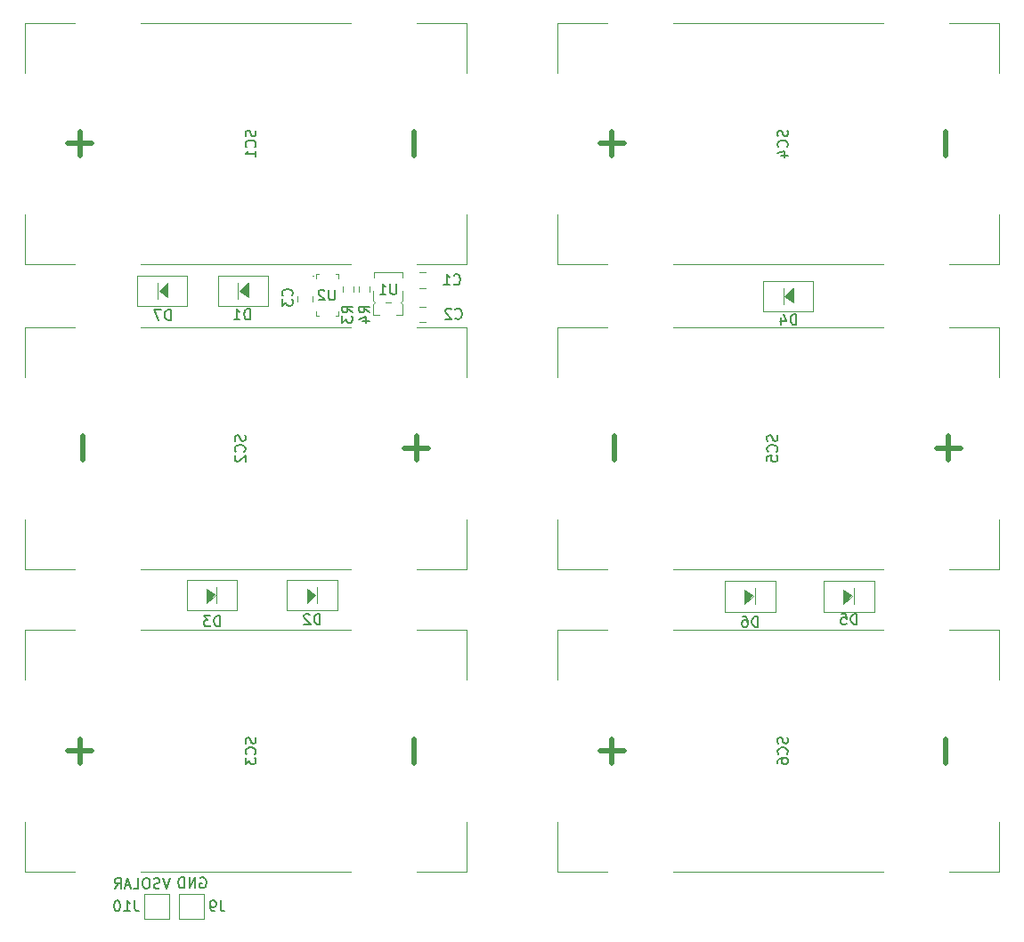
<source format=gbr>
%TF.GenerationSoftware,KiCad,Pcbnew,(5.1.10)-1*%
%TF.CreationDate,2022-11-13T15:12:26-08:00*%
%TF.ProjectId,-ZFace,2d5a4661-6365-42e6-9b69-6361645f7063,1.0*%
%TF.SameCoordinates,Original*%
%TF.FileFunction,Legend,Bot*%
%TF.FilePolarity,Positive*%
%FSLAX46Y46*%
G04 Gerber Fmt 4.6, Leading zero omitted, Abs format (unit mm)*
G04 Created by KiCad (PCBNEW (5.1.10)-1) date 2022-11-13 15:12:26*
%MOMM*%
%LPD*%
G01*
G04 APERTURE LIST*
%ADD10C,0.150000*%
%ADD11C,0.120000*%
%ADD12C,0.100000*%
%ADD13C,0.500000*%
G04 APERTURE END LIST*
D10*
X130861904Y-122900000D02*
X130957142Y-122852380D01*
X131100000Y-122852380D01*
X131242857Y-122900000D01*
X131338095Y-122995238D01*
X131385714Y-123090476D01*
X131433333Y-123280952D01*
X131433333Y-123423809D01*
X131385714Y-123614285D01*
X131338095Y-123709523D01*
X131242857Y-123804761D01*
X131100000Y-123852380D01*
X131004761Y-123852380D01*
X130861904Y-123804761D01*
X130814285Y-123757142D01*
X130814285Y-123423809D01*
X131004761Y-123423809D01*
X130385714Y-123852380D02*
X130385714Y-122852380D01*
X129814285Y-123852380D01*
X129814285Y-122852380D01*
X129338095Y-123852380D02*
X129338095Y-122852380D01*
X129100000Y-122852380D01*
X128957142Y-122900000D01*
X128861904Y-122995238D01*
X128814285Y-123090476D01*
X128766666Y-123280952D01*
X128766666Y-123423809D01*
X128814285Y-123614285D01*
X128861904Y-123709523D01*
X128957142Y-123804761D01*
X129100000Y-123852380D01*
X129338095Y-123852380D01*
X127966666Y-122902380D02*
X127633333Y-123902380D01*
X127300000Y-122902380D01*
X127014285Y-123854761D02*
X126871428Y-123902380D01*
X126633333Y-123902380D01*
X126538095Y-123854761D01*
X126490476Y-123807142D01*
X126442857Y-123711904D01*
X126442857Y-123616666D01*
X126490476Y-123521428D01*
X126538095Y-123473809D01*
X126633333Y-123426190D01*
X126823809Y-123378571D01*
X126919047Y-123330952D01*
X126966666Y-123283333D01*
X127014285Y-123188095D01*
X127014285Y-123092857D01*
X126966666Y-122997619D01*
X126919047Y-122950000D01*
X126823809Y-122902380D01*
X126585714Y-122902380D01*
X126442857Y-122950000D01*
X125823809Y-122902380D02*
X125633333Y-122902380D01*
X125538095Y-122950000D01*
X125442857Y-123045238D01*
X125395238Y-123235714D01*
X125395238Y-123569047D01*
X125442857Y-123759523D01*
X125538095Y-123854761D01*
X125633333Y-123902380D01*
X125823809Y-123902380D01*
X125919047Y-123854761D01*
X126014285Y-123759523D01*
X126061904Y-123569047D01*
X126061904Y-123235714D01*
X126014285Y-123045238D01*
X125919047Y-122950000D01*
X125823809Y-122902380D01*
X124490476Y-123902380D02*
X124966666Y-123902380D01*
X124966666Y-122902380D01*
X124204761Y-123616666D02*
X123728571Y-123616666D01*
X124300000Y-123902380D02*
X123966666Y-122902380D01*
X123633333Y-123902380D01*
X122728571Y-123902380D02*
X123061904Y-123426190D01*
X123300000Y-123902380D02*
X123300000Y-122902380D01*
X122919047Y-122902380D01*
X122823809Y-122950000D01*
X122776190Y-122997619D01*
X122728571Y-123092857D01*
X122728571Y-123235714D01*
X122776190Y-123330952D01*
X122823809Y-123378571D01*
X122919047Y-123426190D01*
X123300000Y-123426190D01*
D11*
%TO.C,J10*%
X125500000Y-126800000D02*
X127900000Y-126800000D01*
X127900000Y-126800000D02*
X127900000Y-124400000D01*
X127900000Y-124400000D02*
X125500000Y-124400000D01*
X125500000Y-124400000D02*
X125500000Y-126800000D01*
%TO.C,J9*%
X131200000Y-124400000D02*
X128800000Y-124400000D01*
X128800000Y-124400000D02*
X128800000Y-126800000D01*
X128800000Y-126800000D02*
X131200000Y-126800000D01*
X131200000Y-126800000D02*
X131200000Y-124400000D01*
%TO.C,R3*%
X145422500Y-67112258D02*
X145422500Y-66637742D01*
X144377500Y-67112258D02*
X144377500Y-66637742D01*
%TO.C,U2*%
X141900000Y-65450000D02*
X141900000Y-65750000D01*
X141900000Y-65750000D02*
X141900000Y-65450000D01*
X141900000Y-65450000D02*
X142150000Y-65450000D01*
X141900000Y-65750000D02*
X141900000Y-65850000D01*
X144000000Y-65700000D02*
X144000000Y-65400000D01*
X144000000Y-65400000D02*
X143750000Y-65400000D01*
X144000000Y-65700000D02*
X144000000Y-65800000D01*
X144000000Y-65400000D02*
X144000000Y-65700000D01*
X144000000Y-69050000D02*
X144000000Y-69350000D01*
X144000000Y-69350000D02*
X143750000Y-69350000D01*
X144000000Y-69050000D02*
X144000000Y-68950000D01*
X144000000Y-69350000D02*
X144000000Y-69050000D01*
X141900000Y-69100000D02*
X141900000Y-69400000D01*
X141900000Y-69100000D02*
X141900000Y-69000000D01*
X141900000Y-69400000D02*
X141900000Y-69100000D01*
X141900000Y-69400000D02*
X142150000Y-69400000D01*
X141650000Y-65600000D02*
G75*
G03*
X141650000Y-65600000I-50000J0D01*
G01*
%TO.C,U1*%
X149950000Y-68155000D02*
X150125000Y-68330000D01*
X150125000Y-68330000D02*
X150125000Y-69330000D01*
X150125000Y-69330000D02*
X149525000Y-69330000D01*
X149950000Y-68155000D02*
X150125000Y-67980000D01*
X150125000Y-67980000D02*
X150125000Y-67005000D01*
X147325000Y-67980000D02*
X147325000Y-67005000D01*
X147500000Y-68155000D02*
X147325000Y-67980000D01*
X147500000Y-68155000D02*
X147325000Y-68330000D01*
X147325000Y-68330000D02*
X147325000Y-69330000D01*
X147325000Y-69330000D02*
X147925000Y-69330000D01*
X148750000Y-68155000D02*
X149000000Y-68155000D01*
X149000000Y-68155000D02*
X148500000Y-68155000D01*
X150125000Y-65780000D02*
X150125000Y-65280000D01*
X150125000Y-65280000D02*
X147400000Y-65280000D01*
X147400000Y-65280000D02*
X147400000Y-65780000D01*
%TO.C,SC6*%
X185800000Y-122300000D02*
X195800000Y-122300000D01*
X194050000Y-122300000D02*
X185800000Y-122300000D01*
X175800000Y-122300000D02*
X194050000Y-122300000D01*
X185800000Y-122300000D02*
X175800000Y-122300000D01*
X175800000Y-99300000D02*
X195800000Y-99300000D01*
X185800000Y-99300000D02*
X175800000Y-99300000D01*
X206800000Y-122300000D02*
X202050000Y-122300000D01*
X206800000Y-117550000D02*
X206800000Y-122300000D01*
X206800000Y-99300000D02*
X206800000Y-104050000D01*
X206800000Y-99300000D02*
X202050000Y-99300000D01*
X164800000Y-122300000D02*
X169550000Y-122300000D01*
X164800000Y-117550000D02*
X164800000Y-122300000D01*
X164800000Y-99300000D02*
X169550000Y-99300000D01*
X164800000Y-104050000D02*
X164800000Y-99300000D01*
X164800000Y-99300000D02*
X164800000Y-104050000D01*
%TO.C,SC5*%
X185800000Y-70500000D02*
X175800000Y-70500000D01*
X177550000Y-70500000D02*
X185800000Y-70500000D01*
X195800000Y-70500000D02*
X177550000Y-70500000D01*
X185800000Y-70500000D02*
X195800000Y-70500000D01*
X195800000Y-93500000D02*
X175800000Y-93500000D01*
X185800000Y-93500000D02*
X195800000Y-93500000D01*
X164800000Y-70500000D02*
X169550000Y-70500000D01*
X164800000Y-75250000D02*
X164800000Y-70500000D01*
X164800000Y-93500000D02*
X164800000Y-88750000D01*
X164800000Y-93500000D02*
X169550000Y-93500000D01*
X206800000Y-70500000D02*
X202050000Y-70500000D01*
X206800000Y-75250000D02*
X206800000Y-70500000D01*
X206800000Y-93500000D02*
X202050000Y-93500000D01*
X206800000Y-88750000D02*
X206800000Y-93500000D01*
X206800000Y-93500000D02*
X206800000Y-88750000D01*
%TO.C,SC4*%
X185800000Y-64500000D02*
X195800000Y-64500000D01*
X194050000Y-64500000D02*
X185800000Y-64500000D01*
X175800000Y-64500000D02*
X194050000Y-64500000D01*
X185800000Y-64500000D02*
X175800000Y-64500000D01*
X175800000Y-41500000D02*
X195800000Y-41500000D01*
X185800000Y-41500000D02*
X175800000Y-41500000D01*
X206800000Y-64500000D02*
X202050000Y-64500000D01*
X206800000Y-59750000D02*
X206800000Y-64500000D01*
X206800000Y-41500000D02*
X206800000Y-46250000D01*
X206800000Y-41500000D02*
X202050000Y-41500000D01*
X164800000Y-64500000D02*
X169550000Y-64500000D01*
X164800000Y-59750000D02*
X164800000Y-64500000D01*
X164800000Y-41500000D02*
X169550000Y-41500000D01*
X164800000Y-46250000D02*
X164800000Y-41500000D01*
X164800000Y-41500000D02*
X164800000Y-46250000D01*
%TO.C,SC3*%
X135200000Y-122300000D02*
X145200000Y-122300000D01*
X143450000Y-122300000D02*
X135200000Y-122300000D01*
X125200000Y-122300000D02*
X143450000Y-122300000D01*
X135200000Y-122300000D02*
X125200000Y-122300000D01*
X125200000Y-99300000D02*
X145200000Y-99300000D01*
X135200000Y-99300000D02*
X125200000Y-99300000D01*
X156200000Y-122300000D02*
X151450000Y-122300000D01*
X156200000Y-117550000D02*
X156200000Y-122300000D01*
X156200000Y-99300000D02*
X156200000Y-104050000D01*
X156200000Y-99300000D02*
X151450000Y-99300000D01*
X114200000Y-122300000D02*
X118950000Y-122300000D01*
X114200000Y-117550000D02*
X114200000Y-122300000D01*
X114200000Y-99300000D02*
X118950000Y-99300000D01*
X114200000Y-104050000D02*
X114200000Y-99300000D01*
X114200000Y-99300000D02*
X114200000Y-104050000D01*
%TO.C,SC2*%
X135200000Y-70500000D02*
X125200000Y-70500000D01*
X126950000Y-70500000D02*
X135200000Y-70500000D01*
X145200000Y-70500000D02*
X126950000Y-70500000D01*
X135200000Y-70500000D02*
X145200000Y-70500000D01*
X145200000Y-93500000D02*
X125200000Y-93500000D01*
X135200000Y-93500000D02*
X145200000Y-93500000D01*
X114200000Y-70500000D02*
X118950000Y-70500000D01*
X114200000Y-75250000D02*
X114200000Y-70500000D01*
X114200000Y-93500000D02*
X114200000Y-88750000D01*
X114200000Y-93500000D02*
X118950000Y-93500000D01*
X156200000Y-70500000D02*
X151450000Y-70500000D01*
X156200000Y-75250000D02*
X156200000Y-70500000D01*
X156200000Y-93500000D02*
X151450000Y-93500000D01*
X156200000Y-88750000D02*
X156200000Y-93500000D01*
X156200000Y-93500000D02*
X156200000Y-88750000D01*
%TO.C,SC1*%
X135200000Y-64500000D02*
X145200000Y-64500000D01*
X143450000Y-64500000D02*
X135200000Y-64500000D01*
X125200000Y-64500000D02*
X143450000Y-64500000D01*
X135200000Y-64500000D02*
X125200000Y-64500000D01*
X125200000Y-41500000D02*
X145200000Y-41500000D01*
X135200000Y-41500000D02*
X125200000Y-41500000D01*
X156200000Y-64500000D02*
X151450000Y-64500000D01*
X156200000Y-59750000D02*
X156200000Y-64500000D01*
X156200000Y-41500000D02*
X156200000Y-46250000D01*
X156200000Y-41500000D02*
X151450000Y-41500000D01*
X114200000Y-64500000D02*
X118950000Y-64500000D01*
X114200000Y-59750000D02*
X114200000Y-64500000D01*
X114200000Y-41500000D02*
X118950000Y-41500000D01*
X114200000Y-46250000D02*
X114200000Y-41500000D01*
X114200000Y-41500000D02*
X114200000Y-46250000D01*
%TO.C,R4*%
X146972500Y-67112258D02*
X146972500Y-66637742D01*
X145927500Y-67112258D02*
X145927500Y-66637742D01*
%TO.C,D7*%
X126818200Y-67812800D02*
X126818200Y-66263400D01*
D12*
G36*
X127758000Y-66288800D02*
G01*
X126945200Y-67025400D01*
X127758000Y-67635000D01*
X127758000Y-66288800D01*
G37*
X127758000Y-66288800D02*
X126945200Y-67025400D01*
X127758000Y-67635000D01*
X127758000Y-66288800D01*
D11*
X124875000Y-68450000D02*
X129625000Y-68450000D01*
X124875000Y-65550000D02*
X124875000Y-68450000D01*
X129625000Y-65550000D02*
X129625000Y-68450000D01*
X124875000Y-65550000D02*
X129625000Y-65550000D01*
%TO.C,D6*%
X183581800Y-95287200D02*
X183581800Y-96836600D01*
D12*
G36*
X182642000Y-96811200D02*
G01*
X183454800Y-96074600D01*
X182642000Y-95465000D01*
X182642000Y-96811200D01*
G37*
X182642000Y-96811200D02*
X183454800Y-96074600D01*
X182642000Y-95465000D01*
X182642000Y-96811200D01*
D11*
X185525000Y-94650000D02*
X180775000Y-94650000D01*
X185525000Y-97550000D02*
X185525000Y-94650000D01*
X180775000Y-97550000D02*
X180775000Y-94650000D01*
X185525000Y-97550000D02*
X180775000Y-97550000D01*
%TO.C,D5*%
X192981800Y-95287200D02*
X192981800Y-96836600D01*
D12*
G36*
X192042000Y-96811200D02*
G01*
X192854800Y-96074600D01*
X192042000Y-95465000D01*
X192042000Y-96811200D01*
G37*
X192042000Y-96811200D02*
X192854800Y-96074600D01*
X192042000Y-95465000D01*
X192042000Y-96811200D01*
D11*
X194925000Y-94650000D02*
X190175000Y-94650000D01*
X194925000Y-97550000D02*
X194925000Y-94650000D01*
X190175000Y-97550000D02*
X190175000Y-94650000D01*
X194925000Y-97550000D02*
X190175000Y-97550000D01*
%TO.C,D4*%
X186318200Y-68312800D02*
X186318200Y-66763400D01*
D12*
G36*
X187258000Y-66788800D02*
G01*
X186445200Y-67525400D01*
X187258000Y-68135000D01*
X187258000Y-66788800D01*
G37*
X187258000Y-66788800D02*
X186445200Y-67525400D01*
X187258000Y-68135000D01*
X187258000Y-66788800D01*
D11*
X184375000Y-68950000D02*
X189125000Y-68950000D01*
X184375000Y-66050000D02*
X184375000Y-68950000D01*
X189125000Y-66050000D02*
X189125000Y-68950000D01*
X184375000Y-66050000D02*
X189125000Y-66050000D01*
%TO.C,D3*%
X132431800Y-95187200D02*
X132431800Y-96736600D01*
D12*
G36*
X131492000Y-96711200D02*
G01*
X132304800Y-95974600D01*
X131492000Y-95365000D01*
X131492000Y-96711200D01*
G37*
X131492000Y-96711200D02*
X132304800Y-95974600D01*
X131492000Y-95365000D01*
X131492000Y-96711200D01*
D11*
X134375000Y-94550000D02*
X129625000Y-94550000D01*
X134375000Y-97450000D02*
X134375000Y-94550000D01*
X129625000Y-97450000D02*
X129625000Y-94550000D01*
X134375000Y-97450000D02*
X129625000Y-97450000D01*
%TO.C,D2*%
X141931800Y-95187200D02*
X141931800Y-96736600D01*
D12*
G36*
X140992000Y-96711200D02*
G01*
X141804800Y-95974600D01*
X140992000Y-95365000D01*
X140992000Y-96711200D01*
G37*
X140992000Y-96711200D02*
X141804800Y-95974600D01*
X140992000Y-95365000D01*
X140992000Y-96711200D01*
D11*
X143875000Y-94550000D02*
X139125000Y-94550000D01*
X143875000Y-97450000D02*
X143875000Y-94550000D01*
X139125000Y-97450000D02*
X139125000Y-94550000D01*
X143875000Y-97450000D02*
X139125000Y-97450000D01*
%TO.C,D1*%
X134468200Y-67812800D02*
X134468200Y-66263400D01*
D12*
G36*
X135408000Y-66288800D02*
G01*
X134595200Y-67025400D01*
X135408000Y-67635000D01*
X135408000Y-66288800D01*
G37*
X135408000Y-66288800D02*
X134595200Y-67025400D01*
X135408000Y-67635000D01*
X135408000Y-66288800D01*
D11*
X132525000Y-68450000D02*
X137275000Y-68450000D01*
X132525000Y-65550000D02*
X132525000Y-68450000D01*
X137275000Y-65550000D02*
X137275000Y-68450000D01*
X132525000Y-65550000D02*
X137275000Y-65550000D01*
%TO.C,C3*%
X141535000Y-68011252D02*
X141535000Y-67488748D01*
X140065000Y-68011252D02*
X140065000Y-67488748D01*
%TO.C,C2*%
X152261252Y-68515000D02*
X151738748Y-68515000D01*
X152261252Y-69985000D02*
X151738748Y-69985000D01*
%TO.C,C1*%
X151738748Y-66735000D02*
X152261252Y-66735000D01*
X151738748Y-65265000D02*
X152261252Y-65265000D01*
%TO.C,J10*%
D10*
X124609523Y-125052380D02*
X124609523Y-125766666D01*
X124657142Y-125909523D01*
X124752380Y-126004761D01*
X124895238Y-126052380D01*
X124990476Y-126052380D01*
X123609523Y-126052380D02*
X124180952Y-126052380D01*
X123895238Y-126052380D02*
X123895238Y-125052380D01*
X123990476Y-125195238D01*
X124085714Y-125290476D01*
X124180952Y-125338095D01*
X122990476Y-125052380D02*
X122895238Y-125052380D01*
X122800000Y-125100000D01*
X122752380Y-125147619D01*
X122704761Y-125242857D01*
X122657142Y-125433333D01*
X122657142Y-125671428D01*
X122704761Y-125861904D01*
X122752380Y-125957142D01*
X122800000Y-126004761D01*
X122895238Y-126052380D01*
X122990476Y-126052380D01*
X123085714Y-126004761D01*
X123133333Y-125957142D01*
X123180952Y-125861904D01*
X123228571Y-125671428D01*
X123228571Y-125433333D01*
X123180952Y-125242857D01*
X123133333Y-125147619D01*
X123085714Y-125100000D01*
X122990476Y-125052380D01*
%TO.C,J9*%
X132783333Y-125052380D02*
X132783333Y-125766666D01*
X132830952Y-125909523D01*
X132926190Y-126004761D01*
X133069047Y-126052380D01*
X133164285Y-126052380D01*
X132259523Y-126052380D02*
X132069047Y-126052380D01*
X131973809Y-126004761D01*
X131926190Y-125957142D01*
X131830952Y-125814285D01*
X131783333Y-125623809D01*
X131783333Y-125242857D01*
X131830952Y-125147619D01*
X131878571Y-125100000D01*
X131973809Y-125052380D01*
X132164285Y-125052380D01*
X132259523Y-125100000D01*
X132307142Y-125147619D01*
X132354761Y-125242857D01*
X132354761Y-125480952D01*
X132307142Y-125576190D01*
X132259523Y-125623809D01*
X132164285Y-125671428D01*
X131973809Y-125671428D01*
X131878571Y-125623809D01*
X131830952Y-125576190D01*
X131783333Y-125480952D01*
%TO.C,R3*%
X145352380Y-69083333D02*
X144876190Y-68750000D01*
X145352380Y-68511904D02*
X144352380Y-68511904D01*
X144352380Y-68892857D01*
X144400000Y-68988095D01*
X144447619Y-69035714D01*
X144542857Y-69083333D01*
X144685714Y-69083333D01*
X144780952Y-69035714D01*
X144828571Y-68988095D01*
X144876190Y-68892857D01*
X144876190Y-68511904D01*
X144352380Y-69416666D02*
X144352380Y-70035714D01*
X144733333Y-69702380D01*
X144733333Y-69845238D01*
X144780952Y-69940476D01*
X144828571Y-69988095D01*
X144923809Y-70035714D01*
X145161904Y-70035714D01*
X145257142Y-69988095D01*
X145304761Y-69940476D01*
X145352380Y-69845238D01*
X145352380Y-69559523D01*
X145304761Y-69464285D01*
X145257142Y-69416666D01*
%TO.C,U2*%
X143661904Y-66902380D02*
X143661904Y-67711904D01*
X143614285Y-67807142D01*
X143566666Y-67854761D01*
X143471428Y-67902380D01*
X143280952Y-67902380D01*
X143185714Y-67854761D01*
X143138095Y-67807142D01*
X143090476Y-67711904D01*
X143090476Y-66902380D01*
X142661904Y-66997619D02*
X142614285Y-66950000D01*
X142519047Y-66902380D01*
X142280952Y-66902380D01*
X142185714Y-66950000D01*
X142138095Y-66997619D01*
X142090476Y-67092857D01*
X142090476Y-67188095D01*
X142138095Y-67330952D01*
X142709523Y-67902380D01*
X142090476Y-67902380D01*
%TO.C,U1*%
X149511904Y-66352380D02*
X149511904Y-67161904D01*
X149464285Y-67257142D01*
X149416666Y-67304761D01*
X149321428Y-67352380D01*
X149130952Y-67352380D01*
X149035714Y-67304761D01*
X148988095Y-67257142D01*
X148940476Y-67161904D01*
X148940476Y-66352380D01*
X147940476Y-67352380D02*
X148511904Y-67352380D01*
X148226190Y-67352380D02*
X148226190Y-66352380D01*
X148321428Y-66495238D01*
X148416666Y-66590476D01*
X148511904Y-66638095D01*
%TO.C,SC6*%
X186704761Y-109538095D02*
X186752380Y-109680952D01*
X186752380Y-109919047D01*
X186704761Y-110014285D01*
X186657142Y-110061904D01*
X186561904Y-110109523D01*
X186466666Y-110109523D01*
X186371428Y-110061904D01*
X186323809Y-110014285D01*
X186276190Y-109919047D01*
X186228571Y-109728571D01*
X186180952Y-109633333D01*
X186133333Y-109585714D01*
X186038095Y-109538095D01*
X185942857Y-109538095D01*
X185847619Y-109585714D01*
X185800000Y-109633333D01*
X185752380Y-109728571D01*
X185752380Y-109966666D01*
X185800000Y-110109523D01*
X186657142Y-111109523D02*
X186704761Y-111061904D01*
X186752380Y-110919047D01*
X186752380Y-110823809D01*
X186704761Y-110680952D01*
X186609523Y-110585714D01*
X186514285Y-110538095D01*
X186323809Y-110490476D01*
X186180952Y-110490476D01*
X185990476Y-110538095D01*
X185895238Y-110585714D01*
X185800000Y-110680952D01*
X185752380Y-110823809D01*
X185752380Y-110919047D01*
X185800000Y-111061904D01*
X185847619Y-111109523D01*
X185752380Y-111966666D02*
X185752380Y-111776190D01*
X185800000Y-111680952D01*
X185847619Y-111633333D01*
X185990476Y-111538095D01*
X186180952Y-111490476D01*
X186561904Y-111490476D01*
X186657142Y-111538095D01*
X186704761Y-111585714D01*
X186752380Y-111680952D01*
X186752380Y-111871428D01*
X186704761Y-111966666D01*
X186657142Y-112014285D01*
X186561904Y-112061904D01*
X186323809Y-112061904D01*
X186228571Y-112014285D01*
X186180952Y-111966666D01*
X186133333Y-111871428D01*
X186133333Y-111680952D01*
X186180952Y-111585714D01*
X186228571Y-111538095D01*
X186323809Y-111490476D01*
D13*
X201764285Y-109657142D02*
X201764285Y-111942857D01*
X170014285Y-109657142D02*
X170014285Y-111942857D01*
X171157142Y-110800000D02*
X168871428Y-110800000D01*
%TO.C,SC5*%
D10*
X185704761Y-80738095D02*
X185752380Y-80880952D01*
X185752380Y-81119047D01*
X185704761Y-81214285D01*
X185657142Y-81261904D01*
X185561904Y-81309523D01*
X185466666Y-81309523D01*
X185371428Y-81261904D01*
X185323809Y-81214285D01*
X185276190Y-81119047D01*
X185228571Y-80928571D01*
X185180952Y-80833333D01*
X185133333Y-80785714D01*
X185038095Y-80738095D01*
X184942857Y-80738095D01*
X184847619Y-80785714D01*
X184800000Y-80833333D01*
X184752380Y-80928571D01*
X184752380Y-81166666D01*
X184800000Y-81309523D01*
X185657142Y-82309523D02*
X185704761Y-82261904D01*
X185752380Y-82119047D01*
X185752380Y-82023809D01*
X185704761Y-81880952D01*
X185609523Y-81785714D01*
X185514285Y-81738095D01*
X185323809Y-81690476D01*
X185180952Y-81690476D01*
X184990476Y-81738095D01*
X184895238Y-81785714D01*
X184800000Y-81880952D01*
X184752380Y-82023809D01*
X184752380Y-82119047D01*
X184800000Y-82261904D01*
X184847619Y-82309523D01*
X184752380Y-83214285D02*
X184752380Y-82738095D01*
X185228571Y-82690476D01*
X185180952Y-82738095D01*
X185133333Y-82833333D01*
X185133333Y-83071428D01*
X185180952Y-83166666D01*
X185228571Y-83214285D01*
X185323809Y-83261904D01*
X185561904Y-83261904D01*
X185657142Y-83214285D01*
X185704761Y-83166666D01*
X185752380Y-83071428D01*
X185752380Y-82833333D01*
X185704761Y-82738095D01*
X185657142Y-82690476D01*
D13*
X170264285Y-80857142D02*
X170264285Y-83142857D01*
X202014285Y-80857142D02*
X202014285Y-83142857D01*
X203157142Y-82000000D02*
X200871428Y-82000000D01*
%TO.C,SC4*%
D10*
X186704761Y-51738095D02*
X186752380Y-51880952D01*
X186752380Y-52119047D01*
X186704761Y-52214285D01*
X186657142Y-52261904D01*
X186561904Y-52309523D01*
X186466666Y-52309523D01*
X186371428Y-52261904D01*
X186323809Y-52214285D01*
X186276190Y-52119047D01*
X186228571Y-51928571D01*
X186180952Y-51833333D01*
X186133333Y-51785714D01*
X186038095Y-51738095D01*
X185942857Y-51738095D01*
X185847619Y-51785714D01*
X185800000Y-51833333D01*
X185752380Y-51928571D01*
X185752380Y-52166666D01*
X185800000Y-52309523D01*
X186657142Y-53309523D02*
X186704761Y-53261904D01*
X186752380Y-53119047D01*
X186752380Y-53023809D01*
X186704761Y-52880952D01*
X186609523Y-52785714D01*
X186514285Y-52738095D01*
X186323809Y-52690476D01*
X186180952Y-52690476D01*
X185990476Y-52738095D01*
X185895238Y-52785714D01*
X185800000Y-52880952D01*
X185752380Y-53023809D01*
X185752380Y-53119047D01*
X185800000Y-53261904D01*
X185847619Y-53309523D01*
X186085714Y-54166666D02*
X186752380Y-54166666D01*
X185704761Y-53928571D02*
X186419047Y-53690476D01*
X186419047Y-54309523D01*
D13*
X201764285Y-51857142D02*
X201764285Y-54142857D01*
X170014285Y-51857142D02*
X170014285Y-54142857D01*
X171157142Y-53000000D02*
X168871428Y-53000000D01*
%TO.C,SC3*%
D10*
X136104761Y-109538095D02*
X136152380Y-109680952D01*
X136152380Y-109919047D01*
X136104761Y-110014285D01*
X136057142Y-110061904D01*
X135961904Y-110109523D01*
X135866666Y-110109523D01*
X135771428Y-110061904D01*
X135723809Y-110014285D01*
X135676190Y-109919047D01*
X135628571Y-109728571D01*
X135580952Y-109633333D01*
X135533333Y-109585714D01*
X135438095Y-109538095D01*
X135342857Y-109538095D01*
X135247619Y-109585714D01*
X135200000Y-109633333D01*
X135152380Y-109728571D01*
X135152380Y-109966666D01*
X135200000Y-110109523D01*
X136057142Y-111109523D02*
X136104761Y-111061904D01*
X136152380Y-110919047D01*
X136152380Y-110823809D01*
X136104761Y-110680952D01*
X136009523Y-110585714D01*
X135914285Y-110538095D01*
X135723809Y-110490476D01*
X135580952Y-110490476D01*
X135390476Y-110538095D01*
X135295238Y-110585714D01*
X135200000Y-110680952D01*
X135152380Y-110823809D01*
X135152380Y-110919047D01*
X135200000Y-111061904D01*
X135247619Y-111109523D01*
X135152380Y-111442857D02*
X135152380Y-112061904D01*
X135533333Y-111728571D01*
X135533333Y-111871428D01*
X135580952Y-111966666D01*
X135628571Y-112014285D01*
X135723809Y-112061904D01*
X135961904Y-112061904D01*
X136057142Y-112014285D01*
X136104761Y-111966666D01*
X136152380Y-111871428D01*
X136152380Y-111585714D01*
X136104761Y-111490476D01*
X136057142Y-111442857D01*
D13*
X151164285Y-109657142D02*
X151164285Y-111942857D01*
X119414285Y-109657142D02*
X119414285Y-111942857D01*
X120557142Y-110800000D02*
X118271428Y-110800000D01*
%TO.C,SC2*%
D10*
X135104761Y-80738095D02*
X135152380Y-80880952D01*
X135152380Y-81119047D01*
X135104761Y-81214285D01*
X135057142Y-81261904D01*
X134961904Y-81309523D01*
X134866666Y-81309523D01*
X134771428Y-81261904D01*
X134723809Y-81214285D01*
X134676190Y-81119047D01*
X134628571Y-80928571D01*
X134580952Y-80833333D01*
X134533333Y-80785714D01*
X134438095Y-80738095D01*
X134342857Y-80738095D01*
X134247619Y-80785714D01*
X134200000Y-80833333D01*
X134152380Y-80928571D01*
X134152380Y-81166666D01*
X134200000Y-81309523D01*
X135057142Y-82309523D02*
X135104761Y-82261904D01*
X135152380Y-82119047D01*
X135152380Y-82023809D01*
X135104761Y-81880952D01*
X135009523Y-81785714D01*
X134914285Y-81738095D01*
X134723809Y-81690476D01*
X134580952Y-81690476D01*
X134390476Y-81738095D01*
X134295238Y-81785714D01*
X134200000Y-81880952D01*
X134152380Y-82023809D01*
X134152380Y-82119047D01*
X134200000Y-82261904D01*
X134247619Y-82309523D01*
X134247619Y-82690476D02*
X134200000Y-82738095D01*
X134152380Y-82833333D01*
X134152380Y-83071428D01*
X134200000Y-83166666D01*
X134247619Y-83214285D01*
X134342857Y-83261904D01*
X134438095Y-83261904D01*
X134580952Y-83214285D01*
X135152380Y-82642857D01*
X135152380Y-83261904D01*
D13*
X119664285Y-80857142D02*
X119664285Y-83142857D01*
X151414285Y-80857142D02*
X151414285Y-83142857D01*
X152557142Y-82000000D02*
X150271428Y-82000000D01*
%TO.C,SC1*%
D10*
X136104761Y-51738095D02*
X136152380Y-51880952D01*
X136152380Y-52119047D01*
X136104761Y-52214285D01*
X136057142Y-52261904D01*
X135961904Y-52309523D01*
X135866666Y-52309523D01*
X135771428Y-52261904D01*
X135723809Y-52214285D01*
X135676190Y-52119047D01*
X135628571Y-51928571D01*
X135580952Y-51833333D01*
X135533333Y-51785714D01*
X135438095Y-51738095D01*
X135342857Y-51738095D01*
X135247619Y-51785714D01*
X135200000Y-51833333D01*
X135152380Y-51928571D01*
X135152380Y-52166666D01*
X135200000Y-52309523D01*
X136057142Y-53309523D02*
X136104761Y-53261904D01*
X136152380Y-53119047D01*
X136152380Y-53023809D01*
X136104761Y-52880952D01*
X136009523Y-52785714D01*
X135914285Y-52738095D01*
X135723809Y-52690476D01*
X135580952Y-52690476D01*
X135390476Y-52738095D01*
X135295238Y-52785714D01*
X135200000Y-52880952D01*
X135152380Y-53023809D01*
X135152380Y-53119047D01*
X135200000Y-53261904D01*
X135247619Y-53309523D01*
X136152380Y-54261904D02*
X136152380Y-53690476D01*
X136152380Y-53976190D02*
X135152380Y-53976190D01*
X135295238Y-53880952D01*
X135390476Y-53785714D01*
X135438095Y-53690476D01*
D13*
X151164285Y-51857142D02*
X151164285Y-54142857D01*
X119414285Y-51857142D02*
X119414285Y-54142857D01*
X120557142Y-53000000D02*
X118271428Y-53000000D01*
%TO.C,R4*%
D10*
X146952380Y-69083333D02*
X146476190Y-68750000D01*
X146952380Y-68511904D02*
X145952380Y-68511904D01*
X145952380Y-68892857D01*
X146000000Y-68988095D01*
X146047619Y-69035714D01*
X146142857Y-69083333D01*
X146285714Y-69083333D01*
X146380952Y-69035714D01*
X146428571Y-68988095D01*
X146476190Y-68892857D01*
X146476190Y-68511904D01*
X146285714Y-69940476D02*
X146952380Y-69940476D01*
X145904761Y-69702380D02*
X146619047Y-69464285D01*
X146619047Y-70083333D01*
%TO.C,D7*%
X128038095Y-69802380D02*
X128038095Y-68802380D01*
X127800000Y-68802380D01*
X127657142Y-68850000D01*
X127561904Y-68945238D01*
X127514285Y-69040476D01*
X127466666Y-69230952D01*
X127466666Y-69373809D01*
X127514285Y-69564285D01*
X127561904Y-69659523D01*
X127657142Y-69754761D01*
X127800000Y-69802380D01*
X128038095Y-69802380D01*
X127133333Y-68802380D02*
X126466666Y-68802380D01*
X126895238Y-69802380D01*
%TO.C,D6*%
X183888095Y-99002380D02*
X183888095Y-98002380D01*
X183650000Y-98002380D01*
X183507142Y-98050000D01*
X183411904Y-98145238D01*
X183364285Y-98240476D01*
X183316666Y-98430952D01*
X183316666Y-98573809D01*
X183364285Y-98764285D01*
X183411904Y-98859523D01*
X183507142Y-98954761D01*
X183650000Y-99002380D01*
X183888095Y-99002380D01*
X182459523Y-98002380D02*
X182650000Y-98002380D01*
X182745238Y-98050000D01*
X182792857Y-98097619D01*
X182888095Y-98240476D01*
X182935714Y-98430952D01*
X182935714Y-98811904D01*
X182888095Y-98907142D01*
X182840476Y-98954761D01*
X182745238Y-99002380D01*
X182554761Y-99002380D01*
X182459523Y-98954761D01*
X182411904Y-98907142D01*
X182364285Y-98811904D01*
X182364285Y-98573809D01*
X182411904Y-98478571D01*
X182459523Y-98430952D01*
X182554761Y-98383333D01*
X182745238Y-98383333D01*
X182840476Y-98430952D01*
X182888095Y-98478571D01*
X182935714Y-98573809D01*
%TO.C,D5*%
X193288095Y-98752380D02*
X193288095Y-97752380D01*
X193050000Y-97752380D01*
X192907142Y-97800000D01*
X192811904Y-97895238D01*
X192764285Y-97990476D01*
X192716666Y-98180952D01*
X192716666Y-98323809D01*
X192764285Y-98514285D01*
X192811904Y-98609523D01*
X192907142Y-98704761D01*
X193050000Y-98752380D01*
X193288095Y-98752380D01*
X191811904Y-97752380D02*
X192288095Y-97752380D01*
X192335714Y-98228571D01*
X192288095Y-98180952D01*
X192192857Y-98133333D01*
X191954761Y-98133333D01*
X191859523Y-98180952D01*
X191811904Y-98228571D01*
X191764285Y-98323809D01*
X191764285Y-98561904D01*
X191811904Y-98657142D01*
X191859523Y-98704761D01*
X191954761Y-98752380D01*
X192192857Y-98752380D01*
X192288095Y-98704761D01*
X192335714Y-98657142D01*
%TO.C,D4*%
X187538095Y-70252380D02*
X187538095Y-69252380D01*
X187300000Y-69252380D01*
X187157142Y-69300000D01*
X187061904Y-69395238D01*
X187014285Y-69490476D01*
X186966666Y-69680952D01*
X186966666Y-69823809D01*
X187014285Y-70014285D01*
X187061904Y-70109523D01*
X187157142Y-70204761D01*
X187300000Y-70252380D01*
X187538095Y-70252380D01*
X186109523Y-69585714D02*
X186109523Y-70252380D01*
X186347619Y-69204761D02*
X186585714Y-69919047D01*
X185966666Y-69919047D01*
%TO.C,D3*%
X132738095Y-98952380D02*
X132738095Y-97952380D01*
X132500000Y-97952380D01*
X132357142Y-98000000D01*
X132261904Y-98095238D01*
X132214285Y-98190476D01*
X132166666Y-98380952D01*
X132166666Y-98523809D01*
X132214285Y-98714285D01*
X132261904Y-98809523D01*
X132357142Y-98904761D01*
X132500000Y-98952380D01*
X132738095Y-98952380D01*
X131833333Y-97952380D02*
X131214285Y-97952380D01*
X131547619Y-98333333D01*
X131404761Y-98333333D01*
X131309523Y-98380952D01*
X131261904Y-98428571D01*
X131214285Y-98523809D01*
X131214285Y-98761904D01*
X131261904Y-98857142D01*
X131309523Y-98904761D01*
X131404761Y-98952380D01*
X131690476Y-98952380D01*
X131785714Y-98904761D01*
X131833333Y-98857142D01*
%TO.C,D2*%
X142238095Y-98752380D02*
X142238095Y-97752380D01*
X142000000Y-97752380D01*
X141857142Y-97800000D01*
X141761904Y-97895238D01*
X141714285Y-97990476D01*
X141666666Y-98180952D01*
X141666666Y-98323809D01*
X141714285Y-98514285D01*
X141761904Y-98609523D01*
X141857142Y-98704761D01*
X142000000Y-98752380D01*
X142238095Y-98752380D01*
X141285714Y-97847619D02*
X141238095Y-97800000D01*
X141142857Y-97752380D01*
X140904761Y-97752380D01*
X140809523Y-97800000D01*
X140761904Y-97847619D01*
X140714285Y-97942857D01*
X140714285Y-98038095D01*
X140761904Y-98180952D01*
X141333333Y-98752380D01*
X140714285Y-98752380D01*
%TO.C,D1*%
X135588095Y-69752380D02*
X135588095Y-68752380D01*
X135350000Y-68752380D01*
X135207142Y-68800000D01*
X135111904Y-68895238D01*
X135064285Y-68990476D01*
X135016666Y-69180952D01*
X135016666Y-69323809D01*
X135064285Y-69514285D01*
X135111904Y-69609523D01*
X135207142Y-69704761D01*
X135350000Y-69752380D01*
X135588095Y-69752380D01*
X134064285Y-69752380D02*
X134635714Y-69752380D01*
X134350000Y-69752380D02*
X134350000Y-68752380D01*
X134445238Y-68895238D01*
X134540476Y-68990476D01*
X134635714Y-69038095D01*
%TO.C,C3*%
X139557142Y-67483333D02*
X139604761Y-67435714D01*
X139652380Y-67292857D01*
X139652380Y-67197619D01*
X139604761Y-67054761D01*
X139509523Y-66959523D01*
X139414285Y-66911904D01*
X139223809Y-66864285D01*
X139080952Y-66864285D01*
X138890476Y-66911904D01*
X138795238Y-66959523D01*
X138700000Y-67054761D01*
X138652380Y-67197619D01*
X138652380Y-67292857D01*
X138700000Y-67435714D01*
X138747619Y-67483333D01*
X138652380Y-67816666D02*
X138652380Y-68435714D01*
X139033333Y-68102380D01*
X139033333Y-68245238D01*
X139080952Y-68340476D01*
X139128571Y-68388095D01*
X139223809Y-68435714D01*
X139461904Y-68435714D01*
X139557142Y-68388095D01*
X139604761Y-68340476D01*
X139652380Y-68245238D01*
X139652380Y-67959523D01*
X139604761Y-67864285D01*
X139557142Y-67816666D01*
%TO.C,C2*%
X155116666Y-69607142D02*
X155164285Y-69654761D01*
X155307142Y-69702380D01*
X155402380Y-69702380D01*
X155545238Y-69654761D01*
X155640476Y-69559523D01*
X155688095Y-69464285D01*
X155735714Y-69273809D01*
X155735714Y-69130952D01*
X155688095Y-68940476D01*
X155640476Y-68845238D01*
X155545238Y-68750000D01*
X155402380Y-68702380D01*
X155307142Y-68702380D01*
X155164285Y-68750000D01*
X155116666Y-68797619D01*
X154735714Y-68797619D02*
X154688095Y-68750000D01*
X154592857Y-68702380D01*
X154354761Y-68702380D01*
X154259523Y-68750000D01*
X154211904Y-68797619D01*
X154164285Y-68892857D01*
X154164285Y-68988095D01*
X154211904Y-69130952D01*
X154783333Y-69702380D01*
X154164285Y-69702380D01*
%TO.C,C1*%
X154966666Y-66357142D02*
X155014285Y-66404761D01*
X155157142Y-66452380D01*
X155252380Y-66452380D01*
X155395238Y-66404761D01*
X155490476Y-66309523D01*
X155538095Y-66214285D01*
X155585714Y-66023809D01*
X155585714Y-65880952D01*
X155538095Y-65690476D01*
X155490476Y-65595238D01*
X155395238Y-65500000D01*
X155252380Y-65452380D01*
X155157142Y-65452380D01*
X155014285Y-65500000D01*
X154966666Y-65547619D01*
X154014285Y-66452380D02*
X154585714Y-66452380D01*
X154300000Y-66452380D02*
X154300000Y-65452380D01*
X154395238Y-65595238D01*
X154490476Y-65690476D01*
X154585714Y-65738095D01*
%TD*%
M02*

</source>
